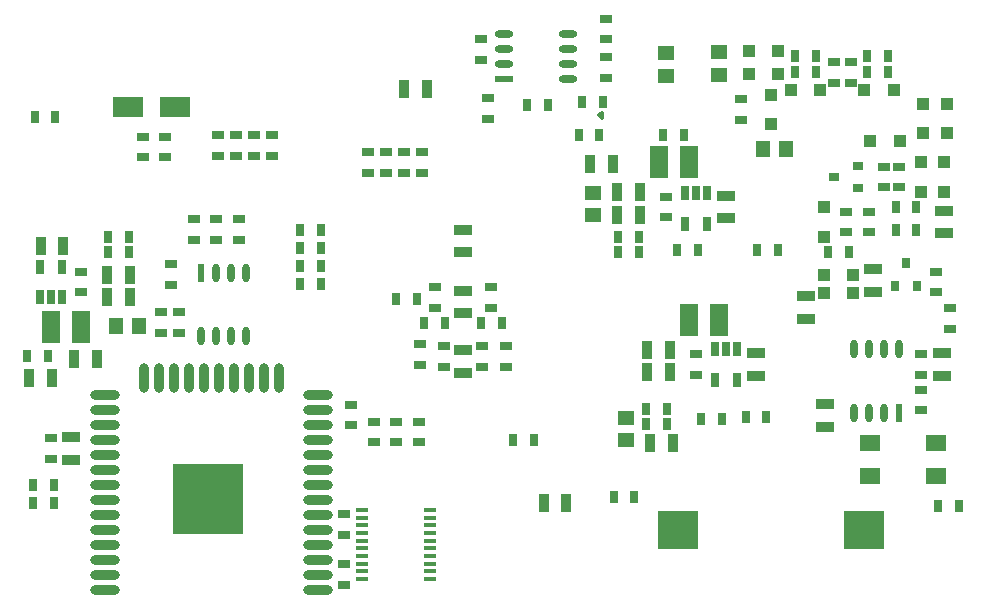
<source format=gbp>
G04 #@! TF.GenerationSoftware,KiCad,Pcbnew,5.0.0-rc2+dfsg1-2*
G04 #@! TF.CreationDate,2018-06-06T20:47:01+02:00*
G04 #@! TF.ProjectId,ulx3s,756C7833732E6B696361645F70636200,rev?*
G04 #@! TF.SameCoordinates,Original*
G04 #@! TF.FileFunction,Paste,Bot*
G04 #@! TF.FilePolarity,Positive*
%FSLAX46Y46*%
G04 Gerber Fmt 4.6, Leading zero omitted, Abs format (unit mm)*
G04 Created by KiCad (PCBNEW 5.0.0-rc2+dfsg1-2) date Wed Jun  6 20:47:01 2018*
%MOMM*%
%LPD*%
G01*
G04 APERTURE LIST*
%ADD10C,0.350000*%
%ADD11R,0.700000X1.200000*%
%ADD12R,1.000000X0.400000*%
%ADD13R,3.500000X3.300000*%
%ADD14R,0.600000X1.550000*%
%ADD15O,0.600000X1.550000*%
%ADD16O,2.500000X0.900000*%
%ADD17O,0.900000X2.500000*%
%ADD18R,6.000000X6.000000*%
%ADD19R,1.800000X1.400000*%
%ADD20R,0.970000X1.500000*%
%ADD21R,0.670000X1.000000*%
%ADD22R,1.500000X0.970000*%
%ADD23R,1.000000X0.670000*%
%ADD24R,1.000000X1.000000*%
%ADD25R,1.550000X0.600000*%
%ADD26O,1.550000X0.600000*%
%ADD27R,1.500000X2.700000*%
%ADD28R,1.295000X1.400000*%
%ADD29R,1.400000X1.295000*%
%ADD30R,2.500000X1.800000*%
%ADD31R,0.800000X0.900000*%
%ADD32R,0.900000X0.800000*%
G04 APERTURE END LIST*
D10*
G04 #@! TO.C,GPDI1*
X150296000Y-71062000D02*
X150046000Y-70812000D01*
X150046000Y-70812000D02*
X150296000Y-70562000D01*
X150296000Y-70562000D02*
X150296000Y-71062000D01*
G04 #@! TD*
D11*
G04 #@! TO.C,U3*
X159825000Y-90600000D03*
X160775000Y-90600000D03*
X161725000Y-90600000D03*
X161725000Y-93200000D03*
X159825000Y-93200000D03*
G04 #@! TD*
G04 #@! TO.C,U4*
X104575000Y-86215000D03*
X103625000Y-86215000D03*
X102675000Y-86215000D03*
X102675000Y-83615000D03*
X104575000Y-83615000D03*
G04 #@! TD*
G04 #@! TO.C,U5*
X157285000Y-77392000D03*
X158235000Y-77392000D03*
X159185000Y-77392000D03*
X159185000Y-79992000D03*
X157285000Y-79992000D03*
G04 #@! TD*
D12*
G04 #@! TO.C,U6*
X135735000Y-104215000D03*
X135735000Y-104865000D03*
X135735000Y-105515000D03*
X135735000Y-106165000D03*
X135735000Y-106815000D03*
X135735000Y-107465000D03*
X135735000Y-108115000D03*
X135735000Y-108765000D03*
X135735000Y-109415000D03*
X135735000Y-110065000D03*
X129935000Y-110065000D03*
X129935000Y-109415000D03*
X129935000Y-108765000D03*
X129935000Y-108115000D03*
X129935000Y-107465000D03*
X129935000Y-106815000D03*
X129935000Y-106165000D03*
X129935000Y-105515000D03*
X129935000Y-104865000D03*
X129935000Y-104215000D03*
G04 #@! TD*
D13*
G04 #@! TO.C,BAT1*
X172485000Y-105870000D03*
X156685000Y-105870000D03*
G04 #@! TD*
D14*
G04 #@! TO.C,U7*
X175395000Y-96015000D03*
D15*
X174125000Y-96015000D03*
X172855000Y-96015000D03*
X171585000Y-96015000D03*
X171585000Y-90615000D03*
X172855000Y-90615000D03*
X174125000Y-90615000D03*
X175395000Y-90615000D03*
G04 #@! TD*
D14*
G04 #@! TO.C,U10*
X116325000Y-84120000D03*
D15*
X117595000Y-84120000D03*
X118865000Y-84120000D03*
X120135000Y-84120000D03*
X120135000Y-89520000D03*
X118865000Y-89520000D03*
X117595000Y-89520000D03*
X116325000Y-89520000D03*
G04 #@! TD*
D16*
G04 #@! TO.C,U9*
X126230000Y-111000000D03*
X126230000Y-109730000D03*
X126230000Y-108460000D03*
X126230000Y-107190000D03*
X126230000Y-105920000D03*
X126230000Y-104650000D03*
X126230000Y-103380000D03*
X126230000Y-102110000D03*
X126230000Y-100840000D03*
X126230000Y-99570000D03*
X126230000Y-98300000D03*
X126230000Y-97030000D03*
X126230000Y-95760000D03*
X126230000Y-94490000D03*
D17*
X122945000Y-93000000D03*
X121675000Y-93000000D03*
X120405000Y-93000000D03*
X119135000Y-93000000D03*
X117865000Y-93000000D03*
X116595000Y-93000000D03*
X115325000Y-93000000D03*
X114055000Y-93000000D03*
X112785000Y-93000000D03*
X111515000Y-93000000D03*
D16*
X108230000Y-94490000D03*
X108230000Y-95760000D03*
X108230000Y-97030000D03*
X108230000Y-98300000D03*
X108230000Y-99570000D03*
X108230000Y-100840000D03*
X108230000Y-102110000D03*
X108230000Y-103380000D03*
X108230000Y-104650000D03*
X108230000Y-105920000D03*
X108230000Y-107190000D03*
X108230000Y-108460000D03*
X108230000Y-109730000D03*
X108230000Y-111000000D03*
D18*
X116930000Y-103300000D03*
G04 #@! TD*
D19*
G04 #@! TO.C,Y2*
X178576000Y-98522000D03*
X172976000Y-98522000D03*
X172976000Y-101322000D03*
X178576000Y-101322000D03*
G04 #@! TD*
D20*
G04 #@! TO.C,C47*
X133546000Y-68550000D03*
X135456000Y-68550000D03*
G04 #@! TD*
G04 #@! TO.C,C1*
X102748500Y-81885000D03*
X104658500Y-81885000D03*
G04 #@! TD*
D21*
G04 #@! TO.C,C2*
X153985000Y-96910000D03*
X155735000Y-96910000D03*
G04 #@! TD*
D20*
G04 #@! TO.C,C3*
X156015000Y-90630000D03*
X154105000Y-90630000D03*
G04 #@! TD*
G04 #@! TO.C,C4*
X154105000Y-92535000D03*
X156015000Y-92535000D03*
G04 #@! TD*
D22*
G04 #@! TO.C,C5*
X163315000Y-90945000D03*
X163315000Y-92855000D03*
G04 #@! TD*
D21*
G04 #@! TO.C,C6*
X151645000Y-82375000D03*
X153395000Y-82375000D03*
G04 #@! TD*
D20*
G04 #@! TO.C,C7*
X153475000Y-79200000D03*
X151565000Y-79200000D03*
G04 #@! TD*
G04 #@! TO.C,C8*
X153475000Y-77295000D03*
X151565000Y-77295000D03*
G04 #@! TD*
D22*
G04 #@! TO.C,C9*
X160775000Y-79520000D03*
X160775000Y-77610000D03*
G04 #@! TD*
D21*
G04 #@! TO.C,C10*
X108465000Y-81105000D03*
X110215000Y-81105000D03*
G04 #@! TD*
D20*
G04 #@! TO.C,C11*
X108385000Y-84280000D03*
X110295000Y-84280000D03*
G04 #@! TD*
G04 #@! TO.C,C12*
X110295000Y-86185000D03*
X108385000Y-86185000D03*
G04 #@! TD*
D22*
G04 #@! TO.C,C13*
X173221000Y-83833000D03*
X173221000Y-85743000D03*
G04 #@! TD*
D23*
G04 #@! TO.C,C14*
X175380000Y-76900000D03*
X175380000Y-75150000D03*
G04 #@! TD*
D22*
G04 #@! TO.C,C15*
X105276000Y-99967000D03*
X105276000Y-98057000D03*
G04 #@! TD*
G04 #@! TO.C,C16*
X167506000Y-88029000D03*
X167506000Y-86119000D03*
G04 #@! TD*
G04 #@! TO.C,C17*
X138500000Y-90665000D03*
X138500000Y-92575000D03*
G04 #@! TD*
D23*
G04 #@! TO.C,C18*
X150589600Y-64359000D03*
X150589600Y-62609000D03*
G04 #@! TD*
D22*
G04 #@! TO.C,C19*
X138500000Y-82375000D03*
X138500000Y-80465000D03*
G04 #@! TD*
G04 #@! TO.C,C20*
X138500000Y-87575000D03*
X138500000Y-85665000D03*
G04 #@! TD*
D20*
G04 #@! TO.C,C21*
X103706000Y-93061000D03*
X101796000Y-93061000D03*
G04 #@! TD*
G04 #@! TO.C,C22*
X154359000Y-98504000D03*
X156269000Y-98504000D03*
G04 #@! TD*
G04 #@! TO.C,C23*
X105591000Y-91392000D03*
X107501000Y-91392000D03*
G04 #@! TD*
G04 #@! TO.C,C24*
X151189000Y-74882000D03*
X149279000Y-74882000D03*
G04 #@! TD*
D23*
G04 #@! TO.C,C25*
X140900000Y-87095000D03*
X140900000Y-85345000D03*
G04 #@! TD*
G04 #@! TO.C,C26*
X136100000Y-87095000D03*
X136100000Y-85345000D03*
G04 #@! TD*
G04 #@! TO.C,C27*
X136900000Y-92095000D03*
X136900000Y-90345000D03*
G04 #@! TD*
G04 #@! TO.C,C28*
X140100000Y-90345000D03*
X140100000Y-92095000D03*
G04 #@! TD*
G04 #@! TO.C,C29*
X142100000Y-92095000D03*
X142100000Y-90345000D03*
G04 #@! TD*
G04 #@! TO.C,C30*
X134900000Y-90145000D03*
X134900000Y-91895000D03*
G04 #@! TD*
D21*
G04 #@! TO.C,C31*
X135225000Y-88420000D03*
X136975000Y-88420000D03*
G04 #@! TD*
G04 #@! TO.C,C32*
X140025000Y-88420000D03*
X141775000Y-88420000D03*
G04 #@! TD*
G04 #@! TO.C,C33*
X163425000Y-82220000D03*
X165175000Y-82220000D03*
G04 #@! TD*
G04 #@! TO.C,C34*
X158375000Y-82220000D03*
X156625000Y-82220000D03*
G04 #@! TD*
D23*
G04 #@! TO.C,C35*
X177300000Y-94025000D03*
X177300000Y-95775000D03*
G04 #@! TD*
D20*
G04 #@! TO.C,C46*
X145342000Y-103584000D03*
X147252000Y-103584000D03*
G04 #@! TD*
D21*
G04 #@! TO.C,C48*
X103995000Y-70963000D03*
X102245000Y-70963000D03*
G04 #@! TD*
G04 #@! TO.C,C49*
X103372000Y-91156000D03*
X101622000Y-91156000D03*
G04 #@! TD*
D23*
G04 #@! TO.C,C50*
X179713000Y-88856000D03*
X179713000Y-87106000D03*
G04 #@! TD*
D21*
G04 #@! TO.C,C51*
X180473000Y-103856000D03*
X178723000Y-103856000D03*
G04 #@! TD*
G04 #@! TO.C,C52*
X158645000Y-96490000D03*
X160395000Y-96490000D03*
G04 #@! TD*
G04 #@! TO.C,C53*
X132827200Y-86330000D03*
X134577200Y-86330000D03*
G04 #@! TD*
D22*
G04 #@! TO.C,C54*
X169172000Y-95281000D03*
X169172000Y-97191000D03*
G04 #@! TD*
G04 #@! TO.C,D11*
X179190000Y-80790000D03*
X179190000Y-78880000D03*
G04 #@! TD*
D24*
G04 #@! TO.C,D10*
X169050000Y-84280000D03*
X171550000Y-84280000D03*
G04 #@! TD*
G04 #@! TO.C,D12*
X169030000Y-78585000D03*
X169030000Y-81085000D03*
G04 #@! TD*
G04 #@! TO.C,D13*
X171550000Y-85804000D03*
X169050000Y-85804000D03*
G04 #@! TD*
G04 #@! TO.C,D14*
X179190000Y-74775000D03*
X179190000Y-77275000D03*
G04 #@! TD*
G04 #@! TO.C,D15*
X177285000Y-77275000D03*
X177285000Y-74775000D03*
G04 #@! TD*
G04 #@! TO.C,D16*
X172987000Y-72977000D03*
X175487000Y-72977000D03*
G04 #@! TD*
G04 #@! TO.C,D17*
X164585000Y-69060000D03*
X164585000Y-71560000D03*
G04 #@! TD*
G04 #@! TO.C,D20*
X168756000Y-68659000D03*
X166256000Y-68659000D03*
G04 #@! TD*
G04 #@! TO.C,D21*
X174979000Y-68659000D03*
X172479000Y-68659000D03*
G04 #@! TD*
G04 #@! TO.C,D23*
X165200000Y-67262000D03*
X162700000Y-67262000D03*
G04 #@! TD*
G04 #@! TO.C,D24*
X162700000Y-65357000D03*
X165200000Y-65357000D03*
G04 #@! TD*
G04 #@! TO.C,D25*
X177412000Y-72322000D03*
X177412000Y-69822000D03*
G04 #@! TD*
G04 #@! TO.C,D26*
X179444000Y-69822000D03*
X179444000Y-72322000D03*
G04 #@! TD*
D23*
G04 #@! TO.C,R49*
X113277000Y-74360000D03*
X113277000Y-72610000D03*
G04 #@! TD*
G04 #@! TO.C,R50*
X111372000Y-72610000D03*
X111372000Y-74360000D03*
G04 #@! TD*
D21*
G04 #@! TO.C,R51*
X155455000Y-72487000D03*
X157205000Y-72487000D03*
G04 #@! TD*
D23*
G04 #@! TO.C,R52*
X171331000Y-66278000D03*
X171331000Y-68028000D03*
G04 #@! TD*
G04 #@! TO.C,R53*
X169919000Y-68028000D03*
X169919000Y-66278000D03*
G04 #@! TD*
D21*
G04 #@! TO.C,R54*
X174477000Y-65738000D03*
X172727000Y-65738000D03*
G04 #@! TD*
D23*
G04 #@! TO.C,R56*
X128390000Y-106321000D03*
X128390000Y-104571000D03*
G04 #@! TD*
G04 #@! TO.C,R57*
X117722000Y-72483000D03*
X117722000Y-74233000D03*
G04 #@! TD*
G04 #@! TO.C,R58*
X119246000Y-74233000D03*
X119246000Y-72483000D03*
G04 #@! TD*
G04 #@! TO.C,R59*
X120770000Y-72483000D03*
X120770000Y-74233000D03*
G04 #@! TD*
G04 #@! TO.C,R60*
X122294000Y-74233000D03*
X122294000Y-72483000D03*
G04 #@! TD*
D21*
G04 #@! TO.C,R61*
X145655000Y-69900000D03*
X143905000Y-69900000D03*
G04 #@! TD*
G04 #@! TO.C,R40*
X166631000Y-65738000D03*
X168381000Y-65738000D03*
G04 #@! TD*
D23*
G04 #@! TO.C,R55*
X134740000Y-96740000D03*
X134740000Y-98490000D03*
G04 #@! TD*
D25*
G04 #@! TO.C,U11*
X141980000Y-67706500D03*
D26*
X141980000Y-66436500D03*
X141980000Y-65166500D03*
X141980000Y-63896500D03*
X147380000Y-63896500D03*
X147380000Y-65166500D03*
X147380000Y-66436500D03*
X147380000Y-67706500D03*
G04 #@! TD*
D22*
G04 #@! TO.C,C55*
X179078000Y-90963000D03*
X179078000Y-92873000D03*
G04 #@! TD*
D23*
G04 #@! TO.C,R65*
X177300000Y-92793000D03*
X177300000Y-91043000D03*
G04 #@! TD*
D27*
G04 #@! TO.C,L1*
X160140000Y-88090000D03*
X157600000Y-88090000D03*
G04 #@! TD*
G04 #@! TO.C,L2*
X103625000Y-88725000D03*
X106165000Y-88725000D03*
G04 #@! TD*
G04 #@! TO.C,L3*
X155060000Y-74755000D03*
X157600000Y-74755000D03*
G04 #@! TD*
D21*
G04 #@! TO.C,R1*
X171175000Y-82375000D03*
X169425000Y-82375000D03*
G04 #@! TD*
D23*
G04 #@! TO.C,R2*
X172840000Y-78960000D03*
X172840000Y-80710000D03*
G04 #@! TD*
G04 #@! TO.C,R3*
X162045000Y-71185000D03*
X162045000Y-69435000D03*
G04 #@! TD*
D21*
G04 #@! TO.C,R4*
X176890000Y-80470000D03*
X175140000Y-80470000D03*
G04 #@! TD*
D23*
G04 #@! TO.C,R5*
X174110000Y-75150000D03*
X174110000Y-76900000D03*
G04 #@! TD*
G04 #@! TO.C,R6*
X178555000Y-85790000D03*
X178555000Y-84040000D03*
G04 #@! TD*
G04 #@! TO.C,R7*
X113785000Y-85155000D03*
X113785000Y-83405000D03*
G04 #@! TD*
G04 #@! TO.C,R8*
X170935000Y-80710000D03*
X170935000Y-78960000D03*
G04 #@! TD*
G04 #@! TO.C,R9*
X128390000Y-110555000D03*
X128390000Y-108805000D03*
G04 #@! TD*
D21*
G04 #@! TO.C,R10*
X151264000Y-103076000D03*
X153014000Y-103076000D03*
G04 #@! TD*
D23*
G04 #@! TO.C,R11*
X119500000Y-81345000D03*
X119500000Y-79595000D03*
G04 #@! TD*
G04 #@! TO.C,R12*
X114420000Y-89219000D03*
X114420000Y-87469000D03*
G04 #@! TD*
D21*
G04 #@! TO.C,R13*
X175140000Y-78565000D03*
X176890000Y-78565000D03*
G04 #@! TD*
G04 #@! TO.C,R14*
X124721000Y-85060000D03*
X126471000Y-85060000D03*
G04 #@! TD*
G04 #@! TO.C,R15*
X126471000Y-83536000D03*
X124721000Y-83536000D03*
G04 #@! TD*
G04 #@! TO.C,R16*
X124721000Y-82012000D03*
X126471000Y-82012000D03*
G04 #@! TD*
G04 #@! TO.C,R17*
X126471000Y-80470000D03*
X124721000Y-80470000D03*
G04 #@! TD*
D23*
G04 #@! TO.C,R18*
X130422000Y-73898000D03*
X130422000Y-75648000D03*
G04 #@! TD*
G04 #@! TO.C,R19*
X131961000Y-73898000D03*
X131961000Y-75648000D03*
G04 #@! TD*
G04 #@! TO.C,R20*
X133485000Y-73898000D03*
X133485000Y-75648000D03*
G04 #@! TD*
G04 #@! TO.C,R21*
X135009000Y-75648000D03*
X135009000Y-73898000D03*
G04 #@! TD*
G04 #@! TO.C,R22*
X140025500Y-66105000D03*
X140025500Y-64355000D03*
G04 #@! TD*
G04 #@! TO.C,R23*
X140597000Y-71076000D03*
X140597000Y-69326000D03*
G04 #@! TD*
G04 #@! TO.C,R24*
X150615000Y-67647000D03*
X150615000Y-65897000D03*
G04 #@! TD*
D21*
G04 #@! TO.C,R25*
X148300000Y-72487000D03*
X150050000Y-72487000D03*
G04 #@! TD*
G04 #@! TO.C,R26*
X150362000Y-69693000D03*
X148612000Y-69693000D03*
G04 #@! TD*
D23*
G04 #@! TO.C,R27*
X129025000Y-95300000D03*
X129025000Y-97050000D03*
G04 #@! TD*
G04 #@! TO.C,R28*
X117595000Y-79595000D03*
X117595000Y-81345000D03*
G04 #@! TD*
G04 #@! TO.C,R29*
X112896000Y-89219000D03*
X112896000Y-87469000D03*
G04 #@! TD*
G04 #@! TO.C,R30*
X115690000Y-79595000D03*
X115690000Y-81345000D03*
G04 #@! TD*
D21*
G04 #@! TO.C,R31*
X142755000Y-98250000D03*
X144505000Y-98250000D03*
G04 #@! TD*
D23*
G04 #@! TO.C,R32*
X132835000Y-98490000D03*
X132835000Y-96740000D03*
G04 #@! TD*
G04 #@! TO.C,R33*
X130930000Y-96740000D03*
X130930000Y-98490000D03*
G04 #@! TD*
D21*
G04 #@! TO.C,R34*
X102115000Y-103600000D03*
X103865000Y-103600000D03*
G04 #@! TD*
G04 #@! TO.C,R35*
X102115000Y-102060000D03*
X103865000Y-102060000D03*
G04 #@! TD*
D23*
G04 #@! TO.C,R38*
X103576500Y-99905000D03*
X103576500Y-98155000D03*
G04 #@! TD*
D21*
G04 #@! TO.C,R39*
X164190000Y-96345000D03*
X162440000Y-96345000D03*
G04 #@! TD*
G04 #@! TO.C,R63*
X168381000Y-67135000D03*
X166631000Y-67135000D03*
G04 #@! TD*
G04 #@! TO.C,R64*
X174475000Y-67120000D03*
X172725000Y-67120000D03*
G04 #@! TD*
G04 #@! TO.C,RA1*
X153985000Y-95640000D03*
X155735000Y-95640000D03*
G04 #@! TD*
G04 #@! TO.C,RA2*
X110215000Y-82375000D03*
X108465000Y-82375000D03*
G04 #@! TD*
G04 #@! TO.C,RA3*
X151645000Y-81105000D03*
X153395000Y-81105000D03*
G04 #@! TD*
D23*
G04 #@! TO.C,RB1*
X158235000Y-92775000D03*
X158235000Y-91025000D03*
G04 #@! TD*
G04 #@! TO.C,RB2*
X106165000Y-85790000D03*
X106165000Y-84040000D03*
G04 #@! TD*
G04 #@! TO.C,RB3*
X155695000Y-79440000D03*
X155695000Y-77690000D03*
G04 #@! TD*
D28*
G04 #@! TO.C,RD9*
X165821500Y-73630000D03*
X163886500Y-73630000D03*
G04 #@! TD*
D29*
G04 #@! TO.C,RD51*
X155710000Y-65550500D03*
X155710000Y-67485500D03*
G04 #@! TD*
G04 #@! TO.C,RD52*
X160155000Y-67358500D03*
X160155000Y-65423500D03*
G04 #@! TD*
G04 #@! TO.C,RP1*
X152281000Y-96393500D03*
X152281000Y-98328500D03*
G04 #@! TD*
D28*
G04 #@! TO.C,RP2*
X111069500Y-88598000D03*
X109134500Y-88598000D03*
G04 #@! TD*
D29*
G04 #@! TO.C,RP3*
X149472000Y-77343500D03*
X149472000Y-79278500D03*
G04 #@! TD*
D30*
G04 #@! TO.C,D8*
X110149000Y-70074000D03*
X114149000Y-70074000D03*
G04 #@! TD*
D31*
G04 #@! TO.C,Q1*
X176015000Y-83280000D03*
X175065000Y-85280000D03*
X176965000Y-85280000D03*
G04 #@! TD*
D32*
G04 #@! TO.C,Q2*
X171935000Y-75075000D03*
X171935000Y-76975000D03*
X169935000Y-76025000D03*
G04 #@! TD*
M02*

</source>
